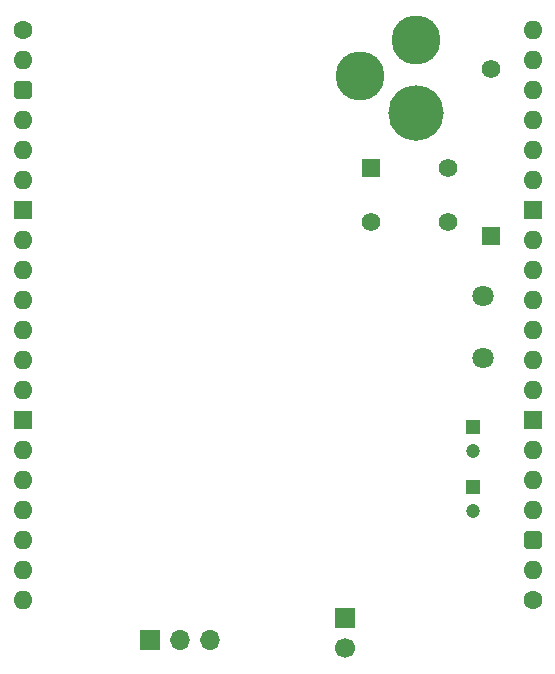
<source format=gbs>
%TF.GenerationSoftware,KiCad,Pcbnew,7.0.5*%
%TF.CreationDate,2024-02-09T13:50:19+02:00*%
%TF.ProjectId,Pico,5069636f-2e6b-4696-9361-645f70636258,V0*%
%TF.SameCoordinates,Original*%
%TF.FileFunction,Soldermask,Bot*%
%TF.FilePolarity,Negative*%
%FSLAX46Y46*%
G04 Gerber Fmt 4.6, Leading zero omitted, Abs format (unit mm)*
G04 Created by KiCad (PCBNEW 7.0.5) date 2024-02-09 13:50:19*
%MOMM*%
%LPD*%
G01*
G04 APERTURE LIST*
G04 Aperture macros list*
%AMRoundRect*
0 Rectangle with rounded corners*
0 $1 Rounding radius*
0 $2 $3 $4 $5 $6 $7 $8 $9 X,Y pos of 4 corners*
0 Add a 4 corners polygon primitive as box body*
4,1,4,$2,$3,$4,$5,$6,$7,$8,$9,$2,$3,0*
0 Add four circle primitives for the rounded corners*
1,1,$1+$1,$2,$3*
1,1,$1+$1,$4,$5*
1,1,$1+$1,$6,$7*
1,1,$1+$1,$8,$9*
0 Add four rect primitives between the rounded corners*
20,1,$1+$1,$2,$3,$4,$5,0*
20,1,$1+$1,$4,$5,$6,$7,0*
20,1,$1+$1,$6,$7,$8,$9,0*
20,1,$1+$1,$8,$9,$2,$3,0*%
G04 Aperture macros list end*
%ADD10R,1.575000X1.575000*%
%ADD11C,1.575000*%
%ADD12C,1.800000*%
%ADD13C,4.700000*%
%ADD14C,4.150000*%
%ADD15O,1.600000X1.600000*%
%ADD16R,1.600000X1.600000*%
%ADD17RoundRect,0.400000X0.400000X0.400000X-0.400000X0.400000X-0.400000X-0.400000X0.400000X-0.400000X0*%
%ADD18C,1.600000*%
%ADD19RoundRect,0.400000X-0.400000X-0.400000X0.400000X-0.400000X0.400000X0.400000X-0.400000X0.400000X0*%
%ADD20R,1.700000X1.700000*%
%ADD21C,1.700000*%
%ADD22O,1.700000X1.700000*%
%ADD23C,1.200000*%
%ADD24R,1.200000X1.200000*%
G04 APERTURE END LIST*
D10*
%TO.C,S2*%
X143816000Y-65026999D03*
D11*
X150316000Y-65026999D03*
X143816000Y-69526999D03*
X150316000Y-69526999D03*
%TD*%
D12*
%TO.C,S1*%
X153289000Y-81122000D03*
X153289000Y-75822000D03*
%TD*%
D13*
%TO.C,J1*%
X147574000Y-60378800D03*
D14*
X142874000Y-57178800D03*
X147574000Y-54178800D03*
%TD*%
D11*
%TO.C,D1*%
X153924000Y-56642000D03*
D10*
X153924000Y-70742000D03*
%TD*%
D15*
%TO.C,J3*%
X157480000Y-53340000D03*
X157480000Y-55880000D03*
X157480000Y-58420000D03*
X157480000Y-60960000D03*
X157480000Y-63500000D03*
X157480000Y-66040000D03*
D16*
X157480000Y-68580000D03*
D15*
X157480000Y-71120000D03*
X157480000Y-73660000D03*
X157480000Y-76200000D03*
X157480000Y-78740000D03*
X157480000Y-81280000D03*
X157480000Y-83820000D03*
D16*
X157480000Y-86360000D03*
D15*
X157480000Y-88900000D03*
X157480000Y-91440000D03*
X157480000Y-93980000D03*
D17*
X157480000Y-96520000D03*
D15*
X157480000Y-99060000D03*
D18*
X157480000Y-101600000D03*
%TD*%
D15*
%TO.C,J2*%
X114300000Y-101600000D03*
X114300000Y-99060000D03*
X114300000Y-96520000D03*
X114300000Y-93980000D03*
X114300000Y-91440000D03*
X114300000Y-88900000D03*
D16*
X114300000Y-86360000D03*
D15*
X114300000Y-83820000D03*
X114300000Y-81280000D03*
X114300000Y-78740000D03*
X114300000Y-76200000D03*
X114300000Y-73660000D03*
X114300000Y-71120000D03*
D16*
X114300000Y-68580000D03*
D15*
X114300000Y-66040000D03*
X114300000Y-63500000D03*
X114300000Y-60960000D03*
D19*
X114300000Y-58420000D03*
D15*
X114300000Y-55880000D03*
D18*
X114300000Y-53340000D03*
%TD*%
D20*
%TO.C,LED1*%
X141626790Y-103087159D03*
D21*
X141626790Y-105627159D03*
%TD*%
D20*
%TO.C,J4*%
X125116790Y-104989161D03*
D22*
X127656790Y-104989161D03*
X130196790Y-104989161D03*
%TD*%
D23*
%TO.C,C5*%
X152400000Y-88914399D03*
D24*
X152400000Y-86914399D03*
%TD*%
D23*
%TO.C,C4*%
X152400000Y-93994401D03*
D24*
X152400000Y-91994401D03*
%TD*%
M02*

</source>
